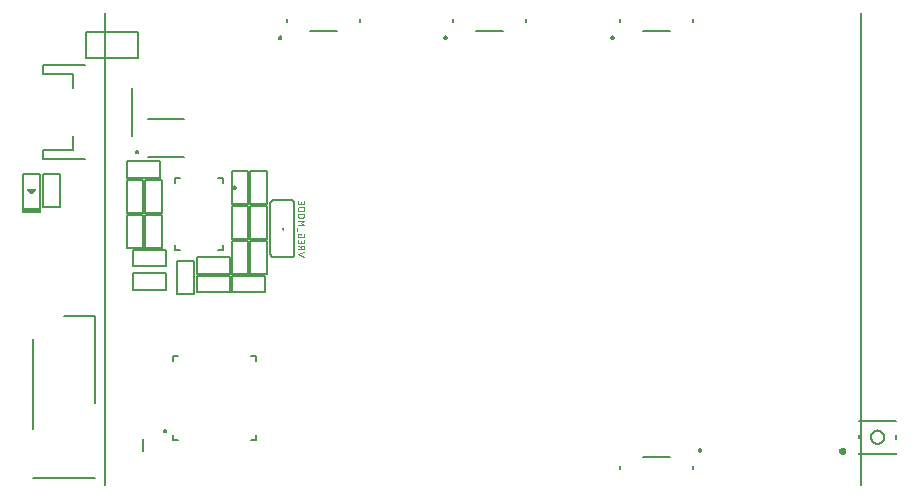
<source format=gbr>
G04 EAGLE Gerber RS-274X export*
G75*
%MOMM*%
%FSLAX34Y34*%
%LPD*%
%INSilkscreen Bottom*%
%IPPOS*%
%AMOC8*
5,1,8,0,0,1.08239X$1,22.5*%
G01*
%ADD10C,0.152400*%
%ADD11C,0.200000*%
%ADD12C,0.127000*%
%ADD13C,0.203200*%
%ADD14C,0.050800*%
%ADD15C,0.000000*%

G36*
X15565Y232377D02*
X15565Y232377D01*
X15631Y232379D01*
X15674Y232397D01*
X15721Y232405D01*
X15778Y232439D01*
X15838Y232464D01*
X15873Y232495D01*
X15914Y232520D01*
X15956Y232571D01*
X16004Y232615D01*
X16026Y232657D01*
X16055Y232694D01*
X16076Y232756D01*
X16107Y232815D01*
X16115Y232869D01*
X16127Y232906D01*
X16126Y232946D01*
X16134Y233000D01*
X16134Y235000D01*
X16123Y235065D01*
X16121Y235131D01*
X16103Y235174D01*
X16095Y235221D01*
X16061Y235278D01*
X16036Y235338D01*
X16005Y235373D01*
X15980Y235414D01*
X15929Y235456D01*
X15885Y235504D01*
X15843Y235526D01*
X15806Y235555D01*
X15744Y235576D01*
X15685Y235607D01*
X15631Y235615D01*
X15594Y235627D01*
X15554Y235626D01*
X15500Y235634D01*
X500Y235634D01*
X435Y235623D01*
X369Y235621D01*
X326Y235603D01*
X279Y235595D01*
X222Y235561D01*
X162Y235536D01*
X127Y235505D01*
X86Y235480D01*
X45Y235429D01*
X-4Y235385D01*
X-26Y235343D01*
X-55Y235306D01*
X-76Y235244D01*
X-107Y235185D01*
X-115Y235131D01*
X-127Y235094D01*
X-126Y235054D01*
X-134Y235000D01*
X-134Y233000D01*
X-123Y232935D01*
X-121Y232869D01*
X-103Y232826D01*
X-95Y232779D01*
X-61Y232722D01*
X-36Y232662D01*
X-5Y232627D01*
X20Y232586D01*
X71Y232545D01*
X115Y232496D01*
X157Y232474D01*
X194Y232445D01*
X256Y232424D01*
X315Y232393D01*
X369Y232385D01*
X406Y232373D01*
X446Y232374D01*
X500Y232366D01*
X15500Y232366D01*
X15565Y232377D01*
G37*
G36*
X695609Y27235D02*
X695609Y27235D01*
X695652Y27249D01*
X695769Y27278D01*
X696363Y27524D01*
X696400Y27548D01*
X696506Y27606D01*
X697016Y27997D01*
X697046Y28031D01*
X697133Y28114D01*
X697524Y28624D01*
X697544Y28664D01*
X697590Y28740D01*
X697592Y28742D01*
X697592Y28744D01*
X697606Y28767D01*
X697852Y29361D01*
X697862Y29405D01*
X697895Y29521D01*
X697979Y30157D01*
X697977Y30202D01*
X697979Y30323D01*
X697892Y30980D01*
X697879Y31023D01*
X697849Y31140D01*
X697596Y31753D01*
X697572Y31790D01*
X697513Y31896D01*
X697109Y32422D01*
X697076Y32452D01*
X696992Y32539D01*
X696466Y32943D01*
X696426Y32964D01*
X696323Y33026D01*
X695710Y33279D01*
X695666Y33289D01*
X695550Y33322D01*
X694893Y33409D01*
X694848Y33407D01*
X694727Y33409D01*
X694091Y33325D01*
X694048Y33311D01*
X693931Y33282D01*
X693337Y33036D01*
X693300Y33012D01*
X693194Y32954D01*
X692684Y32563D01*
X692654Y32529D01*
X692567Y32446D01*
X692176Y31936D01*
X692157Y31899D01*
X692151Y31892D01*
X692149Y31885D01*
X692094Y31793D01*
X691848Y31199D01*
X691838Y31155D01*
X691811Y31060D01*
X691806Y31045D01*
X691806Y31043D01*
X691805Y31039D01*
X691721Y30403D01*
X691723Y30358D01*
X691721Y30237D01*
X691808Y29580D01*
X691813Y29563D01*
X691813Y29552D01*
X691825Y29525D01*
X691851Y29420D01*
X692104Y28807D01*
X692129Y28770D01*
X692137Y28753D01*
X692155Y28710D01*
X692171Y28692D01*
X692187Y28664D01*
X692591Y28138D01*
X692624Y28108D01*
X692708Y28021D01*
X693234Y27617D01*
X693274Y27596D01*
X693377Y27534D01*
X693990Y27281D01*
X694034Y27271D01*
X694150Y27238D01*
X694807Y27151D01*
X694852Y27153D01*
X694973Y27151D01*
X695609Y27235D01*
G37*
G36*
X8018Y247874D02*
X8018Y247874D01*
X8084Y247871D01*
X8129Y247886D01*
X8176Y247891D01*
X8235Y247920D01*
X8298Y247940D01*
X8342Y247973D01*
X8377Y247990D01*
X8404Y248019D01*
X8448Y248052D01*
X11448Y251052D01*
X11499Y251125D01*
X11555Y251194D01*
X11563Y251216D01*
X11577Y251236D01*
X11599Y251322D01*
X11627Y251406D01*
X11627Y251430D01*
X11633Y251453D01*
X11623Y251542D01*
X11621Y251631D01*
X11612Y251653D01*
X11609Y251676D01*
X11570Y251756D01*
X11536Y251838D01*
X11520Y251856D01*
X11510Y251877D01*
X11445Y251938D01*
X11385Y252004D01*
X11364Y252015D01*
X11347Y252031D01*
X11265Y252066D01*
X11185Y252107D01*
X11159Y252110D01*
X11140Y252119D01*
X11090Y252121D01*
X11000Y252134D01*
X5000Y252134D01*
X4912Y252118D01*
X4824Y252109D01*
X4803Y252099D01*
X4779Y252095D01*
X4702Y252049D01*
X4623Y252010D01*
X4606Y251993D01*
X4586Y251980D01*
X4530Y251911D01*
X4469Y251847D01*
X4460Y251825D01*
X4445Y251806D01*
X4416Y251722D01*
X4381Y251640D01*
X4380Y251616D01*
X4373Y251594D01*
X4375Y251505D01*
X4371Y251416D01*
X4379Y251393D01*
X4379Y251369D01*
X4413Y251287D01*
X4440Y251202D01*
X4456Y251181D01*
X4464Y251162D01*
X4498Y251124D01*
X4552Y251052D01*
X7552Y248052D01*
X7606Y248014D01*
X7653Y247969D01*
X7697Y247950D01*
X7736Y247923D01*
X7799Y247907D01*
X7860Y247881D01*
X7907Y247879D01*
X7953Y247868D01*
X8018Y247874D01*
G37*
D10*
X70000Y401500D02*
X70000Y1500D01*
X710000Y1500D02*
X710000Y401500D01*
D11*
X61650Y145000D02*
X61650Y71000D01*
X61650Y7500D02*
X9350Y7500D01*
X9350Y48760D02*
X9350Y125160D01*
X35500Y145000D02*
X61650Y145000D01*
D12*
X102600Y40580D02*
X102600Y30420D01*
X127500Y40000D02*
X127500Y44400D01*
X127500Y40000D02*
X131900Y40000D01*
X127500Y106600D02*
X127500Y111000D01*
X131900Y111000D01*
X198500Y111000D02*
X198500Y106600D01*
X198500Y111000D02*
X194100Y111000D01*
X198500Y44400D02*
X198500Y40000D01*
X194100Y40000D01*
D11*
X120000Y47500D02*
X120002Y47563D01*
X120008Y47625D01*
X120018Y47687D01*
X120031Y47749D01*
X120049Y47809D01*
X120070Y47868D01*
X120095Y47926D01*
X120124Y47982D01*
X120156Y48036D01*
X120191Y48088D01*
X120229Y48137D01*
X120271Y48185D01*
X120315Y48229D01*
X120363Y48271D01*
X120412Y48309D01*
X120464Y48344D01*
X120518Y48376D01*
X120574Y48405D01*
X120632Y48430D01*
X120691Y48451D01*
X120751Y48469D01*
X120813Y48482D01*
X120875Y48492D01*
X120937Y48498D01*
X121000Y48500D01*
X121063Y48498D01*
X121125Y48492D01*
X121187Y48482D01*
X121249Y48469D01*
X121309Y48451D01*
X121368Y48430D01*
X121426Y48405D01*
X121482Y48376D01*
X121536Y48344D01*
X121588Y48309D01*
X121637Y48271D01*
X121685Y48229D01*
X121729Y48185D01*
X121771Y48137D01*
X121809Y48088D01*
X121844Y48036D01*
X121876Y47982D01*
X121905Y47926D01*
X121930Y47868D01*
X121951Y47809D01*
X121969Y47749D01*
X121982Y47687D01*
X121992Y47625D01*
X121998Y47563D01*
X122000Y47500D01*
X121998Y47437D01*
X121992Y47375D01*
X121982Y47313D01*
X121969Y47251D01*
X121951Y47191D01*
X121930Y47132D01*
X121905Y47074D01*
X121876Y47018D01*
X121844Y46964D01*
X121809Y46912D01*
X121771Y46863D01*
X121729Y46815D01*
X121685Y46771D01*
X121637Y46729D01*
X121588Y46691D01*
X121536Y46656D01*
X121482Y46624D01*
X121426Y46595D01*
X121368Y46570D01*
X121309Y46549D01*
X121249Y46531D01*
X121187Y46518D01*
X121125Y46508D01*
X121063Y46502D01*
X121000Y46500D01*
X120937Y46502D01*
X120875Y46508D01*
X120813Y46518D01*
X120751Y46531D01*
X120691Y46549D01*
X120632Y46570D01*
X120574Y46595D01*
X120518Y46624D01*
X120464Y46656D01*
X120412Y46691D01*
X120363Y46729D01*
X120315Y46771D01*
X120271Y46815D01*
X120229Y46863D01*
X120191Y46912D01*
X120156Y46964D01*
X120124Y47018D01*
X120095Y47074D01*
X120070Y47132D01*
X120049Y47191D01*
X120031Y47251D01*
X120018Y47313D01*
X120008Y47375D01*
X120002Y47437D01*
X120000Y47500D01*
D12*
X708350Y28280D02*
X740350Y28280D01*
X740350Y56280D02*
X708350Y56280D01*
X708350Y43780D02*
X708350Y41280D01*
X740350Y40780D02*
X740350Y43780D01*
X740350Y55780D02*
X740350Y56280D01*
X740350Y28780D02*
X740350Y28280D01*
X708350Y55780D02*
X708350Y56280D01*
X708350Y28780D02*
X708350Y28280D01*
X718760Y42280D02*
X718762Y42429D01*
X718768Y42579D01*
X718778Y42728D01*
X718792Y42877D01*
X718810Y43025D01*
X718832Y43173D01*
X718858Y43320D01*
X718887Y43467D01*
X718921Y43612D01*
X718959Y43757D01*
X719000Y43900D01*
X719045Y44043D01*
X719094Y44184D01*
X719147Y44324D01*
X719204Y44462D01*
X719264Y44599D01*
X719328Y44734D01*
X719395Y44868D01*
X719466Y44999D01*
X719540Y45129D01*
X719618Y45256D01*
X719699Y45382D01*
X719784Y45505D01*
X719872Y45626D01*
X719963Y45744D01*
X720057Y45860D01*
X720154Y45974D01*
X720255Y46085D01*
X720358Y46193D01*
X720464Y46298D01*
X720573Y46401D01*
X720684Y46500D01*
X720798Y46597D01*
X720915Y46690D01*
X721034Y46780D01*
X721156Y46867D01*
X721279Y46951D01*
X721405Y47032D01*
X721533Y47109D01*
X721664Y47182D01*
X721796Y47252D01*
X721929Y47319D01*
X722065Y47382D01*
X722202Y47441D01*
X722341Y47496D01*
X722481Y47548D01*
X722623Y47596D01*
X722765Y47641D01*
X722909Y47681D01*
X723054Y47718D01*
X723200Y47750D01*
X723347Y47779D01*
X723494Y47804D01*
X723642Y47825D01*
X723790Y47842D01*
X723939Y47855D01*
X724089Y47864D01*
X724238Y47869D01*
X724387Y47870D01*
X724537Y47867D01*
X724686Y47860D01*
X724835Y47849D01*
X724984Y47834D01*
X725132Y47815D01*
X725280Y47792D01*
X725427Y47765D01*
X725573Y47735D01*
X725718Y47700D01*
X725863Y47661D01*
X726006Y47619D01*
X726148Y47573D01*
X726289Y47523D01*
X726429Y47469D01*
X726567Y47412D01*
X726703Y47351D01*
X726838Y47286D01*
X726971Y47218D01*
X727102Y47146D01*
X727231Y47070D01*
X727358Y46992D01*
X727483Y46910D01*
X727605Y46824D01*
X727726Y46736D01*
X727844Y46644D01*
X727959Y46549D01*
X728072Y46451D01*
X728182Y46350D01*
X728289Y46246D01*
X728394Y46139D01*
X728496Y46030D01*
X728595Y45918D01*
X728690Y45803D01*
X728783Y45685D01*
X728872Y45566D01*
X728959Y45444D01*
X729042Y45319D01*
X729121Y45193D01*
X729197Y45064D01*
X729270Y44934D01*
X729339Y44801D01*
X729405Y44667D01*
X729467Y44531D01*
X729525Y44393D01*
X729580Y44254D01*
X729631Y44114D01*
X729678Y43972D01*
X729721Y43829D01*
X729761Y43685D01*
X729796Y43539D01*
X729828Y43393D01*
X729856Y43247D01*
X729880Y43099D01*
X729900Y42951D01*
X729916Y42802D01*
X729928Y42653D01*
X729936Y42504D01*
X729940Y42355D01*
X729940Y42205D01*
X729936Y42056D01*
X729928Y41907D01*
X729916Y41758D01*
X729900Y41609D01*
X729880Y41461D01*
X729856Y41313D01*
X729828Y41167D01*
X729796Y41021D01*
X729761Y40875D01*
X729721Y40731D01*
X729678Y40588D01*
X729631Y40446D01*
X729580Y40306D01*
X729525Y40167D01*
X729467Y40029D01*
X729405Y39893D01*
X729339Y39759D01*
X729270Y39626D01*
X729197Y39496D01*
X729121Y39367D01*
X729042Y39241D01*
X728959Y39116D01*
X728872Y38994D01*
X728783Y38875D01*
X728690Y38757D01*
X728595Y38642D01*
X728496Y38530D01*
X728394Y38421D01*
X728289Y38314D01*
X728182Y38210D01*
X728072Y38109D01*
X727959Y38011D01*
X727844Y37916D01*
X727726Y37824D01*
X727605Y37736D01*
X727483Y37650D01*
X727358Y37568D01*
X727231Y37490D01*
X727102Y37414D01*
X726971Y37342D01*
X726838Y37274D01*
X726703Y37209D01*
X726567Y37148D01*
X726429Y37091D01*
X726289Y37037D01*
X726148Y36987D01*
X726006Y36941D01*
X725863Y36899D01*
X725718Y36860D01*
X725573Y36825D01*
X725427Y36795D01*
X725280Y36768D01*
X725132Y36745D01*
X724984Y36726D01*
X724835Y36711D01*
X724686Y36700D01*
X724537Y36693D01*
X724387Y36690D01*
X724238Y36691D01*
X724089Y36696D01*
X723939Y36705D01*
X723790Y36718D01*
X723642Y36735D01*
X723494Y36756D01*
X723347Y36781D01*
X723200Y36810D01*
X723054Y36842D01*
X722909Y36879D01*
X722765Y36919D01*
X722623Y36964D01*
X722481Y37012D01*
X722341Y37064D01*
X722202Y37119D01*
X722065Y37178D01*
X721929Y37241D01*
X721796Y37308D01*
X721664Y37378D01*
X721533Y37451D01*
X721405Y37528D01*
X721279Y37609D01*
X721156Y37693D01*
X721034Y37780D01*
X720915Y37870D01*
X720798Y37963D01*
X720684Y38060D01*
X720573Y38159D01*
X720464Y38262D01*
X720358Y38367D01*
X720255Y38475D01*
X720154Y38586D01*
X720057Y38700D01*
X719963Y38816D01*
X719872Y38934D01*
X719784Y39055D01*
X719699Y39178D01*
X719618Y39304D01*
X719540Y39431D01*
X719466Y39561D01*
X719395Y39692D01*
X719328Y39826D01*
X719264Y39961D01*
X719204Y40098D01*
X719147Y40236D01*
X719094Y40376D01*
X719045Y40517D01*
X719000Y40660D01*
X718959Y40803D01*
X718921Y40948D01*
X718887Y41093D01*
X718858Y41240D01*
X718832Y41387D01*
X718810Y41535D01*
X718792Y41683D01*
X718778Y41832D01*
X718768Y41981D01*
X718762Y42131D01*
X718760Y42280D01*
D11*
X178950Y253500D02*
X178952Y253563D01*
X178958Y253625D01*
X178968Y253687D01*
X178981Y253749D01*
X178999Y253809D01*
X179020Y253868D01*
X179045Y253926D01*
X179074Y253982D01*
X179106Y254036D01*
X179141Y254088D01*
X179179Y254137D01*
X179221Y254185D01*
X179265Y254229D01*
X179313Y254271D01*
X179362Y254309D01*
X179414Y254344D01*
X179468Y254376D01*
X179524Y254405D01*
X179582Y254430D01*
X179641Y254451D01*
X179701Y254469D01*
X179763Y254482D01*
X179825Y254492D01*
X179887Y254498D01*
X179950Y254500D01*
X180013Y254498D01*
X180075Y254492D01*
X180137Y254482D01*
X180199Y254469D01*
X180259Y254451D01*
X180318Y254430D01*
X180376Y254405D01*
X180432Y254376D01*
X180486Y254344D01*
X180538Y254309D01*
X180587Y254271D01*
X180635Y254229D01*
X180679Y254185D01*
X180721Y254137D01*
X180759Y254088D01*
X180794Y254036D01*
X180826Y253982D01*
X180855Y253926D01*
X180880Y253868D01*
X180901Y253809D01*
X180919Y253749D01*
X180932Y253687D01*
X180942Y253625D01*
X180948Y253563D01*
X180950Y253500D01*
X180948Y253437D01*
X180942Y253375D01*
X180932Y253313D01*
X180919Y253251D01*
X180901Y253191D01*
X180880Y253132D01*
X180855Y253074D01*
X180826Y253018D01*
X180794Y252964D01*
X180759Y252912D01*
X180721Y252863D01*
X180679Y252815D01*
X180635Y252771D01*
X180587Y252729D01*
X180538Y252691D01*
X180486Y252656D01*
X180432Y252624D01*
X180376Y252595D01*
X180318Y252570D01*
X180259Y252549D01*
X180199Y252531D01*
X180137Y252518D01*
X180075Y252508D01*
X180013Y252502D01*
X179950Y252500D01*
X179887Y252502D01*
X179825Y252508D01*
X179763Y252518D01*
X179701Y252531D01*
X179641Y252549D01*
X179582Y252570D01*
X179524Y252595D01*
X179468Y252624D01*
X179414Y252656D01*
X179362Y252691D01*
X179313Y252729D01*
X179265Y252771D01*
X179221Y252815D01*
X179179Y252863D01*
X179141Y252912D01*
X179106Y252964D01*
X179074Y253018D01*
X179045Y253074D01*
X179020Y253132D01*
X178999Y253191D01*
X178981Y253251D01*
X178968Y253313D01*
X178958Y253375D01*
X178952Y253437D01*
X178950Y253500D01*
D12*
X133700Y201000D02*
X129500Y201000D01*
X129500Y262000D02*
X133700Y262000D01*
X166300Y201000D02*
X170500Y201000D01*
X170500Y262000D02*
X166300Y262000D01*
X129500Y205200D02*
X129500Y201000D01*
X129500Y257800D02*
X129500Y262000D01*
X170500Y205200D02*
X170500Y201000D01*
X170500Y257800D02*
X170500Y262000D01*
D11*
X96550Y283500D02*
X96552Y283563D01*
X96558Y283625D01*
X96568Y283687D01*
X96581Y283749D01*
X96599Y283809D01*
X96620Y283868D01*
X96645Y283926D01*
X96674Y283982D01*
X96706Y284036D01*
X96741Y284088D01*
X96779Y284137D01*
X96821Y284185D01*
X96865Y284229D01*
X96913Y284271D01*
X96962Y284309D01*
X97014Y284344D01*
X97068Y284376D01*
X97124Y284405D01*
X97182Y284430D01*
X97241Y284451D01*
X97301Y284469D01*
X97363Y284482D01*
X97425Y284492D01*
X97487Y284498D01*
X97550Y284500D01*
X97613Y284498D01*
X97675Y284492D01*
X97737Y284482D01*
X97799Y284469D01*
X97859Y284451D01*
X97918Y284430D01*
X97976Y284405D01*
X98032Y284376D01*
X98086Y284344D01*
X98138Y284309D01*
X98187Y284271D01*
X98235Y284229D01*
X98279Y284185D01*
X98321Y284137D01*
X98359Y284088D01*
X98394Y284036D01*
X98426Y283982D01*
X98455Y283926D01*
X98480Y283868D01*
X98501Y283809D01*
X98519Y283749D01*
X98532Y283687D01*
X98542Y283625D01*
X98548Y283563D01*
X98550Y283500D01*
X98548Y283437D01*
X98542Y283375D01*
X98532Y283313D01*
X98519Y283251D01*
X98501Y283191D01*
X98480Y283132D01*
X98455Y283074D01*
X98426Y283018D01*
X98394Y282964D01*
X98359Y282912D01*
X98321Y282863D01*
X98279Y282815D01*
X98235Y282771D01*
X98187Y282729D01*
X98138Y282691D01*
X98086Y282656D01*
X98032Y282624D01*
X97976Y282595D01*
X97918Y282570D01*
X97859Y282549D01*
X97799Y282531D01*
X97737Y282518D01*
X97675Y282508D01*
X97613Y282502D01*
X97550Y282500D01*
X97487Y282502D01*
X97425Y282508D01*
X97363Y282518D01*
X97301Y282531D01*
X97241Y282549D01*
X97182Y282570D01*
X97124Y282595D01*
X97068Y282624D01*
X97014Y282656D01*
X96962Y282691D01*
X96913Y282729D01*
X96865Y282771D01*
X96821Y282815D01*
X96779Y282863D01*
X96741Y282912D01*
X96706Y282964D01*
X96674Y283018D01*
X96645Y283074D01*
X96620Y283132D01*
X96599Y283191D01*
X96581Y283251D01*
X96568Y283313D01*
X96558Y283375D01*
X96552Y283437D01*
X96550Y283500D01*
D12*
X106500Y279200D02*
X137500Y279200D01*
X137500Y311800D02*
X106500Y311800D01*
D13*
X53000Y277500D02*
X18000Y277500D01*
X18000Y285500D01*
X43000Y285500D01*
X43000Y297500D01*
X43000Y337500D02*
X43000Y349500D01*
X18000Y349500D01*
X18000Y357500D01*
X53000Y357500D01*
X93000Y337500D02*
X93000Y297500D01*
D12*
X54500Y363500D02*
X54500Y385500D01*
X98500Y385500D01*
X98500Y363500D01*
X54500Y363500D01*
X177500Y267500D02*
X191500Y267500D01*
X191500Y239500D01*
X177500Y239500D01*
X177500Y267500D01*
X193000Y210000D02*
X207000Y210000D01*
X193000Y210000D02*
X193000Y238000D01*
X207000Y238000D01*
X207000Y210000D01*
X191500Y210000D02*
X177500Y210000D01*
X177500Y238000D01*
X191500Y238000D01*
X191500Y210000D01*
X15500Y235000D02*
X500Y235000D01*
X500Y265000D01*
X15500Y265000D01*
X15500Y235000D01*
X18000Y265000D02*
X32000Y265000D01*
X32000Y237000D01*
X18000Y237000D01*
X18000Y265000D01*
X88500Y232000D02*
X102500Y232000D01*
X88500Y232000D02*
X88500Y260000D01*
X102500Y260000D01*
X102500Y232000D01*
X104500Y260000D02*
X118500Y260000D01*
X118500Y232000D01*
X104500Y232000D01*
X104500Y260000D01*
X88500Y262000D02*
X88500Y276000D01*
X116500Y276000D01*
X116500Y262000D01*
X88500Y262000D01*
X104500Y230500D02*
X118500Y230500D01*
X118500Y202500D01*
X104500Y202500D01*
X104500Y230500D01*
X102500Y202500D02*
X88500Y202500D01*
X88500Y230500D01*
X102500Y230500D01*
X102500Y202500D01*
X94000Y201000D02*
X94000Y187000D01*
X94000Y201000D02*
X122000Y201000D01*
X122000Y187000D01*
X94000Y187000D01*
X193000Y267500D02*
X207000Y267500D01*
X207000Y239500D01*
X193000Y239500D01*
X193000Y267500D01*
X193000Y208500D02*
X207000Y208500D01*
X207000Y180500D01*
X193000Y180500D01*
X193000Y208500D01*
X178000Y179000D02*
X178000Y165000D01*
X178000Y179000D02*
X206000Y179000D01*
X206000Y165000D01*
X178000Y165000D01*
X177500Y208500D02*
X191500Y208500D01*
X191500Y180500D01*
X177500Y180500D01*
X177500Y208500D01*
X176000Y179000D02*
X176000Y165000D01*
X148000Y165000D01*
X148000Y179000D01*
X176000Y179000D01*
X176000Y180500D02*
X176000Y194500D01*
X176000Y180500D02*
X148000Y180500D01*
X148000Y194500D01*
X176000Y194500D01*
D10*
X210340Y197410D02*
X210340Y240590D01*
X228120Y243130D02*
X228220Y243128D01*
X228319Y243122D01*
X228419Y243112D01*
X228517Y243099D01*
X228616Y243081D01*
X228713Y243060D01*
X228809Y243035D01*
X228905Y243006D01*
X228999Y242973D01*
X229092Y242937D01*
X229183Y242897D01*
X229273Y242853D01*
X229361Y242806D01*
X229447Y242756D01*
X229531Y242702D01*
X229613Y242645D01*
X229692Y242585D01*
X229770Y242521D01*
X229844Y242455D01*
X229916Y242386D01*
X229985Y242314D01*
X230051Y242240D01*
X230115Y242162D01*
X230175Y242083D01*
X230232Y242001D01*
X230286Y241917D01*
X230336Y241831D01*
X230383Y241743D01*
X230427Y241653D01*
X230467Y241562D01*
X230503Y241469D01*
X230536Y241375D01*
X230565Y241279D01*
X230590Y241183D01*
X230611Y241086D01*
X230629Y240987D01*
X230642Y240889D01*
X230652Y240789D01*
X230658Y240690D01*
X230660Y240590D01*
X230660Y197410D02*
X230658Y197310D01*
X230652Y197211D01*
X230642Y197111D01*
X230629Y197013D01*
X230611Y196914D01*
X230590Y196817D01*
X230565Y196721D01*
X230536Y196625D01*
X230503Y196531D01*
X230467Y196438D01*
X230427Y196347D01*
X230383Y196257D01*
X230336Y196169D01*
X230286Y196083D01*
X230232Y195999D01*
X230175Y195917D01*
X230115Y195838D01*
X230051Y195760D01*
X229985Y195686D01*
X229916Y195614D01*
X229844Y195545D01*
X229770Y195479D01*
X229692Y195415D01*
X229613Y195355D01*
X229531Y195298D01*
X229447Y195244D01*
X229361Y195194D01*
X229273Y195147D01*
X229183Y195103D01*
X229092Y195063D01*
X228999Y195027D01*
X228905Y194994D01*
X228809Y194965D01*
X228713Y194940D01*
X228616Y194919D01*
X228517Y194901D01*
X228419Y194888D01*
X228319Y194878D01*
X228220Y194872D01*
X228120Y194870D01*
X212880Y194870D02*
X212780Y194872D01*
X212681Y194878D01*
X212581Y194888D01*
X212483Y194901D01*
X212384Y194919D01*
X212287Y194940D01*
X212191Y194965D01*
X212095Y194994D01*
X212001Y195027D01*
X211908Y195063D01*
X211817Y195103D01*
X211727Y195147D01*
X211639Y195194D01*
X211553Y195244D01*
X211469Y195298D01*
X211387Y195355D01*
X211308Y195415D01*
X211230Y195479D01*
X211156Y195545D01*
X211084Y195614D01*
X211015Y195686D01*
X210949Y195760D01*
X210885Y195838D01*
X210825Y195917D01*
X210768Y195999D01*
X210714Y196083D01*
X210664Y196169D01*
X210617Y196257D01*
X210573Y196347D01*
X210533Y196438D01*
X210497Y196531D01*
X210464Y196625D01*
X210435Y196721D01*
X210410Y196817D01*
X210389Y196914D01*
X210371Y197013D01*
X210358Y197111D01*
X210348Y197211D01*
X210342Y197310D01*
X210340Y197410D01*
X210340Y240590D02*
X210342Y240690D01*
X210348Y240789D01*
X210358Y240889D01*
X210371Y240987D01*
X210389Y241086D01*
X210410Y241183D01*
X210435Y241279D01*
X210464Y241375D01*
X210497Y241469D01*
X210533Y241562D01*
X210573Y241653D01*
X210617Y241743D01*
X210664Y241831D01*
X210714Y241917D01*
X210768Y242001D01*
X210825Y242083D01*
X210885Y242162D01*
X210949Y242240D01*
X211015Y242314D01*
X211084Y242386D01*
X211156Y242455D01*
X211230Y242521D01*
X211308Y242585D01*
X211387Y242645D01*
X211469Y242702D01*
X211553Y242756D01*
X211639Y242806D01*
X211727Y242853D01*
X211817Y242897D01*
X211908Y242937D01*
X212001Y242973D01*
X212095Y243006D01*
X212191Y243035D01*
X212287Y243060D01*
X212384Y243081D01*
X212483Y243099D01*
X212581Y243112D01*
X212681Y243122D01*
X212780Y243128D01*
X212880Y243130D01*
X228120Y243130D01*
X228120Y194870D02*
X212880Y194870D01*
X230660Y197410D02*
X230660Y240590D01*
D14*
X233454Y196987D02*
X239042Y195124D01*
X239042Y198849D02*
X233454Y196987D01*
X233454Y201140D02*
X239042Y201140D01*
X239042Y202692D01*
X239040Y202769D01*
X239034Y202847D01*
X239025Y202923D01*
X239011Y203000D01*
X238994Y203075D01*
X238973Y203149D01*
X238948Y203223D01*
X238920Y203295D01*
X238888Y203365D01*
X238853Y203434D01*
X238814Y203501D01*
X238772Y203566D01*
X238727Y203629D01*
X238679Y203690D01*
X238628Y203748D01*
X238574Y203803D01*
X238517Y203856D01*
X238458Y203905D01*
X238396Y203952D01*
X238332Y203996D01*
X238266Y204036D01*
X238198Y204073D01*
X238128Y204107D01*
X238057Y204137D01*
X237984Y204163D01*
X237910Y204186D01*
X237835Y204205D01*
X237760Y204220D01*
X237683Y204232D01*
X237606Y204240D01*
X237529Y204244D01*
X237451Y204244D01*
X237374Y204240D01*
X237297Y204232D01*
X237220Y204220D01*
X237145Y204205D01*
X237070Y204186D01*
X236996Y204163D01*
X236923Y204137D01*
X236852Y204107D01*
X236782Y204073D01*
X236714Y204036D01*
X236648Y203996D01*
X236584Y203952D01*
X236522Y203905D01*
X236463Y203856D01*
X236406Y203803D01*
X236352Y203748D01*
X236301Y203690D01*
X236253Y203629D01*
X236208Y203566D01*
X236166Y203501D01*
X236127Y203434D01*
X236092Y203365D01*
X236060Y203295D01*
X236032Y203223D01*
X236007Y203149D01*
X235986Y203075D01*
X235969Y203000D01*
X235955Y202923D01*
X235946Y202847D01*
X235940Y202769D01*
X235938Y202692D01*
X235938Y201140D01*
X235938Y203002D02*
X233454Y204244D01*
X233454Y206784D02*
X233454Y209268D01*
X233454Y206784D02*
X239042Y206784D01*
X239042Y209268D01*
X236558Y208647D02*
X236558Y206784D01*
X236558Y213701D02*
X236558Y214632D01*
X233454Y214632D01*
X233454Y212770D01*
X233456Y212700D01*
X233462Y212631D01*
X233472Y212562D01*
X233485Y212494D01*
X233503Y212426D01*
X233524Y212360D01*
X233549Y212295D01*
X233577Y212231D01*
X233609Y212169D01*
X233644Y212109D01*
X233683Y212051D01*
X233725Y211996D01*
X233770Y211942D01*
X233818Y211892D01*
X233868Y211844D01*
X233922Y211799D01*
X233977Y211757D01*
X234035Y211718D01*
X234095Y211683D01*
X234157Y211651D01*
X234221Y211623D01*
X234286Y211598D01*
X234352Y211577D01*
X234420Y211559D01*
X234488Y211546D01*
X234557Y211536D01*
X234626Y211530D01*
X234696Y211528D01*
X237800Y211528D01*
X237870Y211530D01*
X237939Y211536D01*
X238008Y211546D01*
X238076Y211559D01*
X238144Y211577D01*
X238210Y211598D01*
X238275Y211623D01*
X238339Y211651D01*
X238401Y211683D01*
X238461Y211718D01*
X238519Y211757D01*
X238574Y211799D01*
X238628Y211844D01*
X238678Y211892D01*
X238726Y211942D01*
X238771Y211996D01*
X238813Y212051D01*
X238852Y212109D01*
X238887Y212169D01*
X238919Y212231D01*
X238947Y212295D01*
X238972Y212360D01*
X238993Y212426D01*
X239011Y212494D01*
X239024Y212562D01*
X239034Y212631D01*
X239040Y212700D01*
X239042Y212770D01*
X239042Y214632D01*
X232833Y216959D02*
X232833Y219442D01*
X233454Y221824D02*
X239042Y221824D01*
X235938Y223687D01*
X239042Y225550D01*
X233454Y225550D01*
X235006Y228170D02*
X237490Y228170D01*
X237567Y228172D01*
X237645Y228178D01*
X237721Y228187D01*
X237798Y228201D01*
X237873Y228218D01*
X237947Y228239D01*
X238021Y228264D01*
X238093Y228292D01*
X238163Y228324D01*
X238232Y228359D01*
X238299Y228398D01*
X238364Y228440D01*
X238427Y228485D01*
X238488Y228533D01*
X238546Y228584D01*
X238601Y228638D01*
X238654Y228695D01*
X238703Y228754D01*
X238750Y228816D01*
X238794Y228880D01*
X238834Y228946D01*
X238871Y229014D01*
X238905Y229084D01*
X238935Y229155D01*
X238961Y229228D01*
X238984Y229302D01*
X239003Y229377D01*
X239018Y229452D01*
X239030Y229529D01*
X239038Y229606D01*
X239042Y229683D01*
X239042Y229761D01*
X239038Y229838D01*
X239030Y229915D01*
X239018Y229992D01*
X239003Y230067D01*
X238984Y230142D01*
X238961Y230216D01*
X238935Y230289D01*
X238905Y230360D01*
X238871Y230430D01*
X238834Y230498D01*
X238794Y230564D01*
X238750Y230628D01*
X238703Y230690D01*
X238654Y230749D01*
X238601Y230806D01*
X238546Y230860D01*
X238488Y230911D01*
X238427Y230959D01*
X238364Y231004D01*
X238299Y231046D01*
X238232Y231085D01*
X238163Y231120D01*
X238093Y231152D01*
X238021Y231180D01*
X237947Y231205D01*
X237873Y231226D01*
X237798Y231243D01*
X237721Y231257D01*
X237645Y231266D01*
X237567Y231272D01*
X237490Y231274D01*
X235006Y231274D01*
X234929Y231272D01*
X234851Y231266D01*
X234775Y231257D01*
X234698Y231243D01*
X234623Y231226D01*
X234549Y231205D01*
X234475Y231180D01*
X234403Y231152D01*
X234333Y231120D01*
X234264Y231085D01*
X234197Y231046D01*
X234132Y231004D01*
X234069Y230959D01*
X234008Y230911D01*
X233950Y230860D01*
X233895Y230806D01*
X233842Y230749D01*
X233793Y230690D01*
X233746Y230628D01*
X233702Y230564D01*
X233662Y230498D01*
X233625Y230430D01*
X233591Y230360D01*
X233561Y230289D01*
X233535Y230216D01*
X233512Y230142D01*
X233493Y230067D01*
X233478Y229992D01*
X233466Y229915D01*
X233458Y229838D01*
X233454Y229761D01*
X233454Y229683D01*
X233458Y229606D01*
X233466Y229529D01*
X233478Y229452D01*
X233493Y229377D01*
X233512Y229302D01*
X233535Y229228D01*
X233561Y229155D01*
X233591Y229084D01*
X233625Y229014D01*
X233662Y228946D01*
X233702Y228880D01*
X233746Y228816D01*
X233793Y228754D01*
X233842Y228695D01*
X233895Y228638D01*
X233950Y228584D01*
X234008Y228533D01*
X234069Y228485D01*
X234132Y228440D01*
X234197Y228398D01*
X234264Y228359D01*
X234333Y228324D01*
X234403Y228292D01*
X234475Y228264D01*
X234549Y228239D01*
X234623Y228218D01*
X234698Y228201D01*
X234775Y228187D01*
X234851Y228178D01*
X234929Y228172D01*
X235006Y228170D01*
X233454Y233839D02*
X239042Y233839D01*
X239042Y235391D01*
X239040Y235467D01*
X239035Y235543D01*
X239025Y235619D01*
X239012Y235694D01*
X238995Y235768D01*
X238975Y235842D01*
X238951Y235914D01*
X238924Y235985D01*
X238893Y236055D01*
X238859Y236123D01*
X238821Y236189D01*
X238780Y236253D01*
X238737Y236316D01*
X238690Y236376D01*
X238640Y236433D01*
X238587Y236488D01*
X238532Y236541D01*
X238475Y236591D01*
X238415Y236638D01*
X238352Y236681D01*
X238288Y236722D01*
X238222Y236760D01*
X238154Y236794D01*
X238084Y236825D01*
X238013Y236852D01*
X237940Y236876D01*
X237867Y236896D01*
X237793Y236913D01*
X237718Y236926D01*
X237642Y236936D01*
X237566Y236941D01*
X237490Y236943D01*
X235006Y236943D01*
X234927Y236941D01*
X234849Y236935D01*
X234771Y236925D01*
X234694Y236911D01*
X234617Y236893D01*
X234541Y236872D01*
X234467Y236846D01*
X234394Y236817D01*
X234323Y236784D01*
X234253Y236748D01*
X234185Y236708D01*
X234119Y236665D01*
X234056Y236618D01*
X233995Y236569D01*
X233937Y236516D01*
X233881Y236460D01*
X233828Y236402D01*
X233779Y236341D01*
X233732Y236278D01*
X233689Y236212D01*
X233649Y236144D01*
X233613Y236075D01*
X233580Y236003D01*
X233551Y235930D01*
X233525Y235856D01*
X233504Y235780D01*
X233486Y235703D01*
X233472Y235626D01*
X233462Y235548D01*
X233456Y235470D01*
X233454Y235391D01*
X233454Y233839D01*
X233454Y239702D02*
X233454Y242186D01*
X233454Y239702D02*
X239042Y239702D01*
X239042Y242186D01*
X236558Y241565D02*
X236558Y239702D01*
D15*
X220700Y217999D02*
X220500Y218066D01*
X220700Y218132D01*
X220700Y218197D02*
X220500Y218197D01*
X220700Y218197D02*
X220700Y218252D01*
X220698Y218265D01*
X220694Y218278D01*
X220686Y218289D01*
X220676Y218298D01*
X220664Y218304D01*
X220651Y218308D01*
X220637Y218308D01*
X220624Y218304D01*
X220612Y218298D01*
X220602Y218289D01*
X220594Y218278D01*
X220590Y218265D01*
X220588Y218252D01*
X220589Y218252D02*
X220589Y218197D01*
X220589Y218263D02*
X220500Y218308D01*
X220500Y218382D02*
X220500Y218471D01*
X220500Y218382D02*
X220700Y218382D01*
X220700Y218471D01*
X220611Y218449D02*
X220611Y218382D01*
X220611Y218616D02*
X220611Y218649D01*
X220500Y218649D01*
X220500Y218582D01*
X220501Y218571D01*
X220506Y218560D01*
X220513Y218551D01*
X220522Y218544D01*
X220533Y218539D01*
X220544Y218538D01*
X220656Y218538D01*
X220656Y218539D02*
X220667Y218540D01*
X220678Y218545D01*
X220687Y218552D01*
X220694Y218561D01*
X220698Y218572D01*
X220700Y218583D01*
X220700Y218582D02*
X220700Y218649D01*
X220700Y218827D02*
X220500Y218827D01*
X220589Y218894D02*
X220700Y218827D01*
X220589Y218894D02*
X220700Y218960D01*
X220500Y218960D01*
X220556Y219036D02*
X220644Y219036D01*
X220657Y219038D01*
X220670Y219042D01*
X220681Y219050D01*
X220690Y219060D01*
X220696Y219072D01*
X220700Y219085D01*
X220700Y219099D01*
X220696Y219112D01*
X220690Y219124D01*
X220681Y219134D01*
X220670Y219142D01*
X220657Y219146D01*
X220644Y219148D01*
X220644Y219147D02*
X220556Y219147D01*
X220556Y219148D02*
X220543Y219146D01*
X220530Y219142D01*
X220519Y219134D01*
X220510Y219124D01*
X220504Y219112D01*
X220500Y219099D01*
X220500Y219085D01*
X220504Y219072D01*
X220510Y219060D01*
X220519Y219050D01*
X220530Y219042D01*
X220543Y219038D01*
X220556Y219036D01*
X220500Y219222D02*
X220700Y219222D01*
X220700Y219278D01*
X220699Y219290D01*
X220694Y219302D01*
X220688Y219313D01*
X220679Y219322D01*
X220668Y219328D01*
X220656Y219333D01*
X220644Y219334D01*
X220644Y219333D02*
X220556Y219333D01*
X220556Y219334D02*
X220544Y219333D01*
X220532Y219328D01*
X220521Y219322D01*
X220512Y219313D01*
X220506Y219302D01*
X220501Y219290D01*
X220500Y219278D01*
X220500Y219222D01*
X220500Y219414D02*
X220500Y219503D01*
X220500Y219414D02*
X220700Y219414D01*
X220700Y219503D01*
X220611Y219481D02*
X220611Y219414D01*
D12*
X145500Y163500D02*
X131500Y163500D01*
X131500Y191500D01*
X145500Y191500D01*
X145500Y163500D01*
X94000Y167000D02*
X94000Y181000D01*
X122000Y181000D01*
X122000Y167000D01*
X94000Y167000D01*
D11*
X357500Y380500D02*
X357502Y380563D01*
X357508Y380625D01*
X357518Y380687D01*
X357531Y380749D01*
X357549Y380809D01*
X357570Y380868D01*
X357595Y380926D01*
X357624Y380982D01*
X357656Y381036D01*
X357691Y381088D01*
X357729Y381137D01*
X357771Y381185D01*
X357815Y381229D01*
X357863Y381271D01*
X357912Y381309D01*
X357964Y381344D01*
X358018Y381376D01*
X358074Y381405D01*
X358132Y381430D01*
X358191Y381451D01*
X358251Y381469D01*
X358313Y381482D01*
X358375Y381492D01*
X358437Y381498D01*
X358500Y381500D01*
X358563Y381498D01*
X358625Y381492D01*
X358687Y381482D01*
X358749Y381469D01*
X358809Y381451D01*
X358868Y381430D01*
X358926Y381405D01*
X358982Y381376D01*
X359036Y381344D01*
X359088Y381309D01*
X359137Y381271D01*
X359185Y381229D01*
X359229Y381185D01*
X359271Y381137D01*
X359309Y381088D01*
X359344Y381036D01*
X359376Y380982D01*
X359405Y380926D01*
X359430Y380868D01*
X359451Y380809D01*
X359469Y380749D01*
X359482Y380687D01*
X359492Y380625D01*
X359498Y380563D01*
X359500Y380500D01*
X359498Y380437D01*
X359492Y380375D01*
X359482Y380313D01*
X359469Y380251D01*
X359451Y380191D01*
X359430Y380132D01*
X359405Y380074D01*
X359376Y380018D01*
X359344Y379964D01*
X359309Y379912D01*
X359271Y379863D01*
X359229Y379815D01*
X359185Y379771D01*
X359137Y379729D01*
X359088Y379691D01*
X359036Y379656D01*
X358982Y379624D01*
X358926Y379595D01*
X358868Y379570D01*
X358809Y379549D01*
X358749Y379531D01*
X358687Y379518D01*
X358625Y379508D01*
X358563Y379502D01*
X358500Y379500D01*
X358437Y379502D01*
X358375Y379508D01*
X358313Y379518D01*
X358251Y379531D01*
X358191Y379549D01*
X358132Y379570D01*
X358074Y379595D01*
X358018Y379624D01*
X357964Y379656D01*
X357912Y379691D01*
X357863Y379729D01*
X357815Y379771D01*
X357771Y379815D01*
X357729Y379863D01*
X357691Y379912D01*
X357656Y379964D01*
X357624Y380018D01*
X357595Y380074D01*
X357570Y380132D01*
X357549Y380191D01*
X357531Y380251D01*
X357518Y380313D01*
X357508Y380375D01*
X357502Y380437D01*
X357500Y380500D01*
D12*
X384000Y386000D02*
X407000Y386000D01*
X364500Y394100D02*
X364500Y396000D01*
X426500Y396000D02*
X426500Y394100D01*
D11*
X217500Y380500D02*
X217502Y380563D01*
X217508Y380625D01*
X217518Y380687D01*
X217531Y380749D01*
X217549Y380809D01*
X217570Y380868D01*
X217595Y380926D01*
X217624Y380982D01*
X217656Y381036D01*
X217691Y381088D01*
X217729Y381137D01*
X217771Y381185D01*
X217815Y381229D01*
X217863Y381271D01*
X217912Y381309D01*
X217964Y381344D01*
X218018Y381376D01*
X218074Y381405D01*
X218132Y381430D01*
X218191Y381451D01*
X218251Y381469D01*
X218313Y381482D01*
X218375Y381492D01*
X218437Y381498D01*
X218500Y381500D01*
X218563Y381498D01*
X218625Y381492D01*
X218687Y381482D01*
X218749Y381469D01*
X218809Y381451D01*
X218868Y381430D01*
X218926Y381405D01*
X218982Y381376D01*
X219036Y381344D01*
X219088Y381309D01*
X219137Y381271D01*
X219185Y381229D01*
X219229Y381185D01*
X219271Y381137D01*
X219309Y381088D01*
X219344Y381036D01*
X219376Y380982D01*
X219405Y380926D01*
X219430Y380868D01*
X219451Y380809D01*
X219469Y380749D01*
X219482Y380687D01*
X219492Y380625D01*
X219498Y380563D01*
X219500Y380500D01*
X219498Y380437D01*
X219492Y380375D01*
X219482Y380313D01*
X219469Y380251D01*
X219451Y380191D01*
X219430Y380132D01*
X219405Y380074D01*
X219376Y380018D01*
X219344Y379964D01*
X219309Y379912D01*
X219271Y379863D01*
X219229Y379815D01*
X219185Y379771D01*
X219137Y379729D01*
X219088Y379691D01*
X219036Y379656D01*
X218982Y379624D01*
X218926Y379595D01*
X218868Y379570D01*
X218809Y379549D01*
X218749Y379531D01*
X218687Y379518D01*
X218625Y379508D01*
X218563Y379502D01*
X218500Y379500D01*
X218437Y379502D01*
X218375Y379508D01*
X218313Y379518D01*
X218251Y379531D01*
X218191Y379549D01*
X218132Y379570D01*
X218074Y379595D01*
X218018Y379624D01*
X217964Y379656D01*
X217912Y379691D01*
X217863Y379729D01*
X217815Y379771D01*
X217771Y379815D01*
X217729Y379863D01*
X217691Y379912D01*
X217656Y379964D01*
X217624Y380018D01*
X217595Y380074D01*
X217570Y380132D01*
X217549Y380191D01*
X217531Y380251D01*
X217518Y380313D01*
X217508Y380375D01*
X217502Y380437D01*
X217500Y380500D01*
D12*
X244000Y386000D02*
X267000Y386000D01*
X224500Y394100D02*
X224500Y396000D01*
X286500Y396000D02*
X286500Y394100D01*
D11*
X499000Y380500D02*
X499002Y380563D01*
X499008Y380625D01*
X499018Y380687D01*
X499031Y380749D01*
X499049Y380809D01*
X499070Y380868D01*
X499095Y380926D01*
X499124Y380982D01*
X499156Y381036D01*
X499191Y381088D01*
X499229Y381137D01*
X499271Y381185D01*
X499315Y381229D01*
X499363Y381271D01*
X499412Y381309D01*
X499464Y381344D01*
X499518Y381376D01*
X499574Y381405D01*
X499632Y381430D01*
X499691Y381451D01*
X499751Y381469D01*
X499813Y381482D01*
X499875Y381492D01*
X499937Y381498D01*
X500000Y381500D01*
X500063Y381498D01*
X500125Y381492D01*
X500187Y381482D01*
X500249Y381469D01*
X500309Y381451D01*
X500368Y381430D01*
X500426Y381405D01*
X500482Y381376D01*
X500536Y381344D01*
X500588Y381309D01*
X500637Y381271D01*
X500685Y381229D01*
X500729Y381185D01*
X500771Y381137D01*
X500809Y381088D01*
X500844Y381036D01*
X500876Y380982D01*
X500905Y380926D01*
X500930Y380868D01*
X500951Y380809D01*
X500969Y380749D01*
X500982Y380687D01*
X500992Y380625D01*
X500998Y380563D01*
X501000Y380500D01*
X500998Y380437D01*
X500992Y380375D01*
X500982Y380313D01*
X500969Y380251D01*
X500951Y380191D01*
X500930Y380132D01*
X500905Y380074D01*
X500876Y380018D01*
X500844Y379964D01*
X500809Y379912D01*
X500771Y379863D01*
X500729Y379815D01*
X500685Y379771D01*
X500637Y379729D01*
X500588Y379691D01*
X500536Y379656D01*
X500482Y379624D01*
X500426Y379595D01*
X500368Y379570D01*
X500309Y379549D01*
X500249Y379531D01*
X500187Y379518D01*
X500125Y379508D01*
X500063Y379502D01*
X500000Y379500D01*
X499937Y379502D01*
X499875Y379508D01*
X499813Y379518D01*
X499751Y379531D01*
X499691Y379549D01*
X499632Y379570D01*
X499574Y379595D01*
X499518Y379624D01*
X499464Y379656D01*
X499412Y379691D01*
X499363Y379729D01*
X499315Y379771D01*
X499271Y379815D01*
X499229Y379863D01*
X499191Y379912D01*
X499156Y379964D01*
X499124Y380018D01*
X499095Y380074D01*
X499070Y380132D01*
X499049Y380191D01*
X499031Y380251D01*
X499018Y380313D01*
X499008Y380375D01*
X499002Y380437D01*
X499000Y380500D01*
D12*
X525500Y386000D02*
X548500Y386000D01*
X506000Y394100D02*
X506000Y396000D01*
X568000Y396000D02*
X568000Y394100D01*
D11*
X573000Y31000D02*
X573002Y31063D01*
X573008Y31125D01*
X573018Y31187D01*
X573031Y31249D01*
X573049Y31309D01*
X573070Y31368D01*
X573095Y31426D01*
X573124Y31482D01*
X573156Y31536D01*
X573191Y31588D01*
X573229Y31637D01*
X573271Y31685D01*
X573315Y31729D01*
X573363Y31771D01*
X573412Y31809D01*
X573464Y31844D01*
X573518Y31876D01*
X573574Y31905D01*
X573632Y31930D01*
X573691Y31951D01*
X573751Y31969D01*
X573813Y31982D01*
X573875Y31992D01*
X573937Y31998D01*
X574000Y32000D01*
X574063Y31998D01*
X574125Y31992D01*
X574187Y31982D01*
X574249Y31969D01*
X574309Y31951D01*
X574368Y31930D01*
X574426Y31905D01*
X574482Y31876D01*
X574536Y31844D01*
X574588Y31809D01*
X574637Y31771D01*
X574685Y31729D01*
X574729Y31685D01*
X574771Y31637D01*
X574809Y31588D01*
X574844Y31536D01*
X574876Y31482D01*
X574905Y31426D01*
X574930Y31368D01*
X574951Y31309D01*
X574969Y31249D01*
X574982Y31187D01*
X574992Y31125D01*
X574998Y31063D01*
X575000Y31000D01*
X574998Y30937D01*
X574992Y30875D01*
X574982Y30813D01*
X574969Y30751D01*
X574951Y30691D01*
X574930Y30632D01*
X574905Y30574D01*
X574876Y30518D01*
X574844Y30464D01*
X574809Y30412D01*
X574771Y30363D01*
X574729Y30315D01*
X574685Y30271D01*
X574637Y30229D01*
X574588Y30191D01*
X574536Y30156D01*
X574482Y30124D01*
X574426Y30095D01*
X574368Y30070D01*
X574309Y30049D01*
X574249Y30031D01*
X574187Y30018D01*
X574125Y30008D01*
X574063Y30002D01*
X574000Y30000D01*
X573937Y30002D01*
X573875Y30008D01*
X573813Y30018D01*
X573751Y30031D01*
X573691Y30049D01*
X573632Y30070D01*
X573574Y30095D01*
X573518Y30124D01*
X573464Y30156D01*
X573412Y30191D01*
X573363Y30229D01*
X573315Y30271D01*
X573271Y30315D01*
X573229Y30363D01*
X573191Y30412D01*
X573156Y30464D01*
X573124Y30518D01*
X573095Y30574D01*
X573070Y30632D01*
X573049Y30691D01*
X573031Y30751D01*
X573018Y30813D01*
X573008Y30875D01*
X573002Y30937D01*
X573000Y31000D01*
D12*
X548500Y25500D02*
X525500Y25500D01*
X568000Y17400D02*
X568000Y15500D01*
X506000Y15500D02*
X506000Y17400D01*
M02*

</source>
